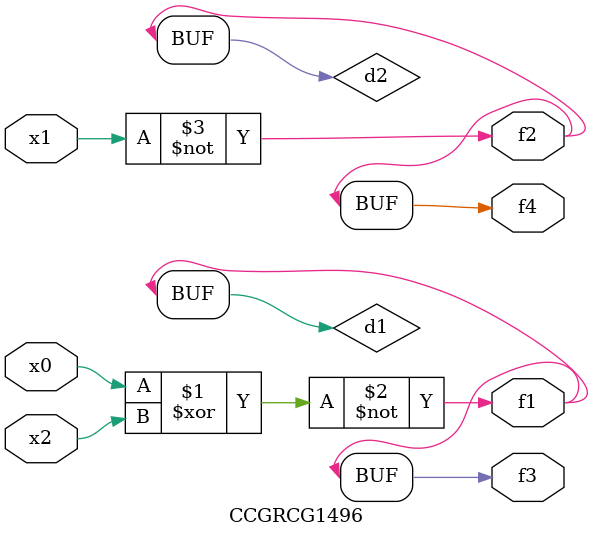
<source format=v>
module CCGRCG1496(
	input x0, x1, x2,
	output f1, f2, f3, f4
);

	wire d1, d2, d3;

	xnor (d1, x0, x2);
	nand (d2, x1);
	nor (d3, x1, x2);
	assign f1 = d1;
	assign f2 = d2;
	assign f3 = d1;
	assign f4 = d2;
endmodule

</source>
